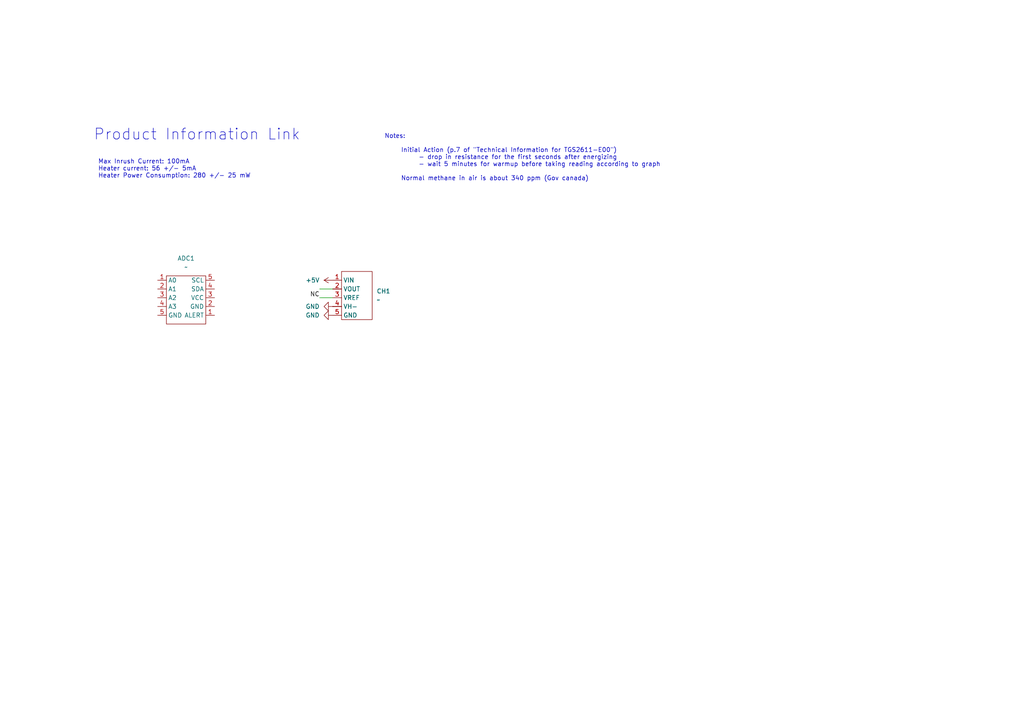
<source format=kicad_sch>
(kicad_sch (version 20250114) (generator "eeschema") (generator_version "9.0")
  (paper "A4")
  (lib_symbols
    (symbol "new_library:16-bit_ADC_Soldered"
      (property "Reference" "ADC" (at 0 0 0))
      (symbol "16-bit_ADC_Soldered_0_1"
        (rectangle (start -2.54 -1.27) (end 8.89 -15.24))
        (rectangle (start 0 -7.62) (end 0 -7.62))
        (rectangle (start 6.35 -7.62) (end 6.35 -7.62))
      )
      (symbol "16-bit_ADC_Soldered_1_1"
        (pin input line (at -5.08 -2.54 0) (length 2.54) (name "A0") (number "1"))
        (pin input line (at -5.08 -5.08 0) (length 2.54) (name "A1") (number "2"))
        (pin input line (at -5.08 -7.62 0) (length 2.54) (name "A2") (number "3"))
        (pin input line (at -5.08 -10.16 0) (length 2.54) (name "A3") (number "4"))
        (pin power_in line (at -5.08 -12.7 0) (length 2.54) (name "GND") (number "5"))
        (pin input line (at 11.43 -2.54 180) (length 2.54) (name "SCL") (number "5"))
        (pin bidirectional line (at 11.43 -5.08 180) (length 2.54) (name "SDA") (number "4"))
        (pin power_in line (at 11.43 -7.62 180) (length 2.54) (name "VCC") (number "3"))
        (pin input line (at 11.43 -10.16 180) (length 2.54) (name "GND") (number "2"))
        (pin output line (at 11.43 -12.7 180) (length 2.54) (name "ALERT") (number "1"))
      )
    )
    (symbol "new_library:CH4_sensor_figaro"
      (property "Reference" "CH4" (at 0 0 0))
      (symbol "CH4_sensor_figaro_0_1"
        (rectangle (start -3.81 -1.27) (end 5.08 -15.24))
      )
      (symbol "CH4_sensor_figaro_1_1"
        (pin power_in line (at -6.35 -3.81 0) (length 2.54) (name "VIN") (number "1"))
        (pin power_out line (at -6.35 -6.35 0) (length 2.54) (name "VOUT") (number "2"))
        (pin power_out line (at -6.35 -8.89 0) (length 2.54) (name "VREF") (number "3"))
        (pin power_in line (at -6.35 -11.43 0) (length 2.54) (name "VH-") (number "4"))
        (pin power_in line (at -6.35 -13.97 0) (length 2.54) (name "GND") (number "5"))
      )
    )
    (symbol "power:+5V" (power) (pin_numbers (hide yes)) (pin_names (offset 0) (hide yes))
      (property "Value" "+5V" (at 0 3.556 0))
      (symbol "+5V_0_1"
        (polyline (pts (xy -0.762 1.27) (xy 0 2.54)))
        (polyline (pts (xy 0 2.54) (xy 0.762 1.27)))
        (polyline (pts (xy 0 0) (xy 0 2.54)))
      )
      (symbol "+5V_1_1"
        (pin power_in line (at 0 0 90) (length 0) (name "~") (number "1"))
      )
    )
    (symbol "power:GND" (power) (pin_numbers (hide yes)) (pin_names (offset 0) (hide yes))
      (property "Value" "GND" (at 0 -3.81 0))
      (symbol "GND_0_1"
        (polyline (pts (xy 0 0) (xy 0 -1.27) (xy 1.27 -1.27) (xy 0 -2.54) (xy -1.27 -1.27) (xy 0 -1.27)))
      )
      (symbol "GND_1_1"
        (pin power_in line (at 0 0 270) (length 0) (name "~") (number "1"))
      )
    )
  )
  (text "Product Information Link" (at 57.15 39.116 0) (effects (font (size 3.175 3.175))))
  (text "Notes:\n\n	Initial Action (p.7 of \"Technical Information for TGS2611-E00\")\n		- drop in resistance for the first seconds after energizing\n		- wait 5 minutes for warmup before taking reading according to graph\n\n	Normal methane in air is about 340 ppm (Gov canada)" (at 111.506 45.72 0) (effects (font (size 1.27 1.27)) (justify left)))
  (text "Max Inrush Current: 100mA\nHeater current: 56 +/- 5mA \nHeater Power Consumption: 280 +/- 25 mW\n" (at 28.448 49.022 0) (effects (font (size 1.27 1.27)) (justify left)))
  (wire (pts (xy 92.71 86.36) (xy 96.52 86.36)))
  (wire (pts (xy 92.71 83.82) (xy 96.52 83.82)))
  (label "NC" (at 92.71 86.36 180))
  (symbol (lib_id "new_library:16-bit_ADC_Soldered") (at 50.8 78.74 0) (unit 1)
    (property "Reference" "ADC1" (at 53.975 74.93 0))
    (property "Value" "~" (at 53.975 77.47 0))
    (property "Footprint" "new_library:ADC_16-bit_ADS1115_breakout" (effects (hide yes)))
    (property "Datasheet" "http://mm.digikey.com/Volume0/opasdata/d220001/medias/docus/5858/333095%20ADC%2016-bit%20ADS1115%204-channel%20with%20PGA%20breakout%20datasheet.pdf" (effects (hide yes)))
  )
  (symbol (lib_id "power:+5V") (at 96.52 81.28 90) (unit 1)
    (property "Reference" "#PWR01" (effects (hide yes)))
    (property "Value" "+5V" (at 92.71 81.2799 90) (effects (justify left)))
    (property "Description" "Power symbol creates a global label with name \"+5V\"" (effects (hide yes)))
  )
  (symbol (lib_id "power:GND") (at 96.52 88.9 270) (unit 1)
    (property "Reference" "#PWR02" (effects (hide yes)))
    (property "Value" "GND" (at 92.71 88.8999 90) (effects (justify right)))
    (property "Description" "Power symbol creates a global label with name \"GND\" , ground" (effects (hide yes)))
  )
  (symbol (lib_id "new_library:CH4_sensor_figaro") (at 102.87 77.47 0) (unit 1)
    (property "Reference" "CH1" (at 109.22 84.4549 0) (effects (justify left)))
    (property "Value" "~" (at 109.22 86.9949 0) (effects (justify left)))
    (property "Footprint" "new_library:CH4_sensor_figaro" (effects (hide yes)))
    (property "Datasheet" "https://www.figarosensor.com/product/docs/ngm2611-e13_product%20information%28fusa%29_rev03.pdf" (effects (hide yes)))
  )
  (symbol (lib_id "power:GND") (at 96.52 91.44 270) (unit 1)
    (property "Reference" "#PWR?" (effects (hide yes)))
    (property "Value" "GND" (at 92.71 91.4399 90) (effects (justify right)))
    (property "Description" "Power symbol creates a global label with name \"GND\" , ground" (effects (hide yes)))
  )
)
</source>
